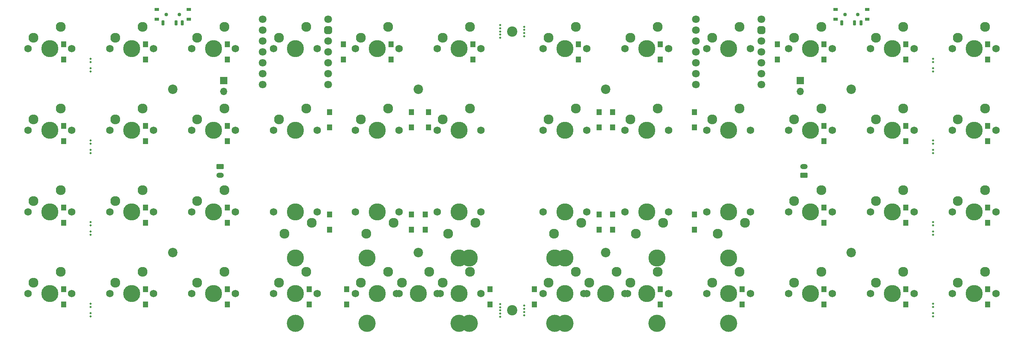
<source format=gbr>
%TF.GenerationSoftware,KiCad,Pcbnew,(7.0.0)*%
%TF.CreationDate,2024-02-09T22:05:54+01:00*%
%TF.ProjectId,graham cracker,67726168-616d-4206-9372-61636b65722e,rev?*%
%TF.SameCoordinates,Original*%
%TF.FileFunction,Soldermask,Bot*%
%TF.FilePolarity,Negative*%
%FSLAX46Y46*%
G04 Gerber Fmt 4.6, Leading zero omitted, Abs format (unit mm)*
G04 Created by KiCad (PCBNEW (7.0.0)) date 2024-02-09 22:05:54*
%MOMM*%
%LPD*%
G01*
G04 APERTURE LIST*
G04 Aperture macros list*
%AMRoundRect*
0 Rectangle with rounded corners*
0 $1 Rounding radius*
0 $2 $3 $4 $5 $6 $7 $8 $9 X,Y pos of 4 corners*
0 Add a 4 corners polygon primitive as box body*
4,1,4,$2,$3,$4,$5,$6,$7,$8,$9,$2,$3,0*
0 Add four circle primitives for the rounded corners*
1,1,$1+$1,$2,$3*
1,1,$1+$1,$4,$5*
1,1,$1+$1,$6,$7*
1,1,$1+$1,$8,$9*
0 Add four rect primitives between the rounded corners*
20,1,$1+$1,$2,$3,$4,$5,0*
20,1,$1+$1,$4,$5,$6,$7,0*
20,1,$1+$1,$6,$7,$8,$9,0*
20,1,$1+$1,$8,$9,$2,$3,0*%
G04 Aperture macros list end*
%ADD10C,0.500000*%
%ADD11C,1.750000*%
%ADD12C,3.987800*%
%ADD13C,2.300000*%
%ADD14C,4.000000*%
%ADD15C,1.800000*%
%ADD16RoundRect,0.450000X0.450000X0.450000X-0.450000X0.450000X-0.450000X-0.450000X0.450000X-0.450000X0*%
%ADD17C,2.200000*%
%ADD18C,2.400000*%
%ADD19R,1.300000X1.400000*%
%ADD20R,1.700000X1.700000*%
%ADD21O,1.700000X1.700000*%
%ADD22C,0.850000*%
%ADD23RoundRect,0.090000X-0.210000X-0.535000X0.210000X-0.535000X0.210000X0.535000X-0.210000X0.535000X0*%
%ADD24RoundRect,0.105000X-0.445000X0.245000X-0.445000X-0.245000X0.445000X-0.245000X0.445000X0.245000X0*%
%ADD25RoundRect,0.250000X0.625000X-0.350000X0.625000X0.350000X-0.625000X0.350000X-0.625000X-0.350000X0*%
%ADD26O,1.750000X1.200000*%
%ADD27RoundRect,0.250000X-0.625000X0.350000X-0.625000X-0.350000X0.625000X-0.350000X0.625000X0.350000X0*%
G04 APERTURE END LIST*
D10*
%TO.C,REF\u002A\u002A*%
X238868750Y-35778250D03*
X238868750Y-36518250D03*
X238868750Y-37945250D03*
X238868750Y-38685250D03*
%TD*%
D11*
%TO.C,MX29*%
X114617500Y-71437500D03*
D12*
X109537500Y-71437500D03*
D11*
X104457500Y-71437500D03*
D13*
X113347500Y-73977500D03*
X106997500Y-76517500D03*
%TD*%
D11*
%TO.C,MX11*%
X224313750Y-33337500D03*
D12*
X229393750Y-33337500D03*
D11*
X234473750Y-33337500D03*
D13*
X225583750Y-30797500D03*
X231933750Y-28257500D03*
%TD*%
D11*
%TO.C,MX22*%
X205263750Y-52387500D03*
D12*
X210343750Y-52387500D03*
D11*
X215423750Y-52387500D03*
D13*
X206533750Y-49847500D03*
X212883750Y-47307500D03*
%TD*%
D11*
%TO.C,MX6*%
X123507500Y-33337500D03*
D12*
X128587500Y-33337500D03*
D11*
X133667500Y-33337500D03*
D13*
X124777500Y-30797500D03*
X131127500Y-28257500D03*
%TD*%
D11*
%TO.C,MX26*%
X47307500Y-71437500D03*
D12*
X52387500Y-71437500D03*
D11*
X57467500Y-71437500D03*
D13*
X48577500Y-68897500D03*
X54927500Y-66357500D03*
%TD*%
D14*
%TO.C,S3*%
X174625000Y-97472500D03*
D12*
X174625000Y-82232500D03*
D14*
X150812500Y-97472500D03*
D12*
X150812500Y-82232500D03*
%TD*%
D11*
%TO.C,MX5*%
X104457500Y-33337500D03*
D12*
X109537500Y-33337500D03*
D11*
X114617500Y-33337500D03*
D13*
X105727500Y-30797500D03*
X112077500Y-28257500D03*
%TD*%
D11*
%TO.C,MX36*%
X243363750Y-71437500D03*
D12*
X248443750Y-71437500D03*
D11*
X253523750Y-71437500D03*
D13*
X244633750Y-68897500D03*
X250983750Y-66357500D03*
%TD*%
D10*
%TO.C,REF\u002A\u002A*%
X42812500Y-54828250D03*
X42812500Y-55568250D03*
X42812500Y-56995250D03*
X42812500Y-57735250D03*
%TD*%
D11*
%TO.C,MX44*%
X148113750Y-90487500D03*
D12*
X153193750Y-90487500D03*
D11*
X158273750Y-90487500D03*
D13*
X149383750Y-87947500D03*
X155733750Y-85407500D03*
%TD*%
D15*
%TO.C,U1*%
X82867500Y-26511250D03*
X82867500Y-29051250D03*
X82867500Y-31591250D03*
X82867500Y-34131250D03*
X82867500Y-36671250D03*
X82867500Y-39211250D03*
X82867500Y-41751250D03*
X98107500Y-26511250D03*
D16*
X98107500Y-29051250D03*
D15*
X98107500Y-31591250D03*
X98107500Y-34131250D03*
X98107500Y-36671250D03*
X98107500Y-39211250D03*
X98107500Y-41751250D03*
%TD*%
D11*
%TO.C,MX23*%
X224313750Y-52387500D03*
D12*
X229393750Y-52387500D03*
D11*
X234473750Y-52387500D03*
D13*
X225583750Y-49847500D03*
X231933750Y-47307500D03*
%TD*%
D14*
%TO.C,S4*%
X191293750Y-97472500D03*
D12*
X191293750Y-82232500D03*
D14*
X153193750Y-97472500D03*
D12*
X153193750Y-82232500D03*
%TD*%
D11*
%TO.C,MX32*%
X177323750Y-71437500D03*
D12*
X172243750Y-71437500D03*
D11*
X167163750Y-71437500D03*
D13*
X176053750Y-73977500D03*
X169703750Y-76517500D03*
%TD*%
D11*
%TO.C,MX2*%
X47307500Y-33337500D03*
D12*
X52387500Y-33337500D03*
D11*
X57467500Y-33337500D03*
D13*
X48577500Y-30797500D03*
X54927500Y-28257500D03*
%TD*%
D11*
%TO.C,MX45*%
X157638750Y-90487500D03*
D12*
X162718750Y-90487500D03*
D11*
X167798750Y-90487500D03*
D13*
X158908750Y-87947500D03*
X165258750Y-85407500D03*
%TD*%
D11*
%TO.C,MX15*%
X66357500Y-52387500D03*
D12*
X71437500Y-52387500D03*
D11*
X76517500Y-52387500D03*
D13*
X67627500Y-49847500D03*
X73977500Y-47307500D03*
%TD*%
D11*
%TO.C,MX41*%
X104457500Y-90487500D03*
D12*
X109537500Y-90487500D03*
D11*
X114617500Y-90487500D03*
D13*
X105727500Y-87947500D03*
X112077500Y-85407500D03*
%TD*%
D11*
%TO.C,MX48*%
X205263750Y-90487500D03*
D12*
X210343750Y-90487500D03*
D11*
X215423750Y-90487500D03*
D13*
X206533750Y-87947500D03*
X212883750Y-85407500D03*
%TD*%
D11*
%TO.C,MX7*%
X148113750Y-33337500D03*
D12*
X153193750Y-33337500D03*
D11*
X158273750Y-33337500D03*
D13*
X149383750Y-30797500D03*
X155733750Y-28257500D03*
%TD*%
D11*
%TO.C,MX13*%
X28257500Y-52387500D03*
D12*
X33337500Y-52387500D03*
D11*
X38417500Y-52387500D03*
D13*
X29527500Y-49847500D03*
X35877500Y-47307500D03*
%TD*%
D11*
%TO.C,MX33*%
X196373750Y-71437500D03*
D12*
X191293750Y-71437500D03*
D11*
X186213750Y-71437500D03*
D13*
X195103750Y-73977500D03*
X188753750Y-76517500D03*
%TD*%
D11*
%TO.C,MX9*%
X186213750Y-33337500D03*
D12*
X191293750Y-33337500D03*
D11*
X196373750Y-33337500D03*
D13*
X187483750Y-30797500D03*
X193833750Y-28257500D03*
%TD*%
D11*
%TO.C,MX21*%
X186213750Y-52387500D03*
D12*
X191293750Y-52387500D03*
D11*
X196373750Y-52387500D03*
D13*
X187483750Y-49847500D03*
X193833750Y-47307500D03*
%TD*%
D11*
%TO.C,MX40*%
X85407500Y-90487500D03*
D12*
X90487500Y-90487500D03*
D11*
X95567500Y-90487500D03*
D13*
X86677500Y-87947500D03*
X93027500Y-85407500D03*
%TD*%
D11*
%TO.C,MX37*%
X28257500Y-90487500D03*
D12*
X33337500Y-90487500D03*
D11*
X38417500Y-90487500D03*
D13*
X29527500Y-87947500D03*
X35877500Y-85407500D03*
%TD*%
D15*
%TO.C,U2*%
X183673750Y-26511250D03*
X183673750Y-29051250D03*
X183673750Y-31591250D03*
X183673750Y-34131250D03*
X183673750Y-36671250D03*
X183673750Y-39211250D03*
X183673750Y-41751250D03*
X198913750Y-26511250D03*
D16*
X198913750Y-29051250D03*
D15*
X198913750Y-31591250D03*
X198913750Y-34131250D03*
X198913750Y-36671250D03*
X198913750Y-39211250D03*
X198913750Y-41751250D03*
%TD*%
D11*
%TO.C,MX28*%
X95567500Y-71437500D03*
D12*
X90487500Y-71437500D03*
D11*
X85407500Y-71437500D03*
D13*
X94297500Y-73977500D03*
X87947500Y-76517500D03*
%TD*%
D11*
%TO.C,MX17*%
X104457500Y-52387500D03*
D12*
X109537500Y-52387500D03*
D11*
X114617500Y-52387500D03*
D13*
X105727500Y-49847500D03*
X112077500Y-47307500D03*
%TD*%
D10*
%TO.C,REF\u002A\u002A*%
X42812500Y-35778250D03*
X42812500Y-36518250D03*
X42812500Y-37945250D03*
X42812500Y-38685250D03*
%TD*%
D11*
%TO.C,MX25*%
X28257500Y-71437500D03*
D12*
X33337500Y-71437500D03*
D11*
X38417500Y-71437500D03*
D13*
X29527500Y-68897500D03*
X35877500Y-66357500D03*
%TD*%
D10*
%TO.C,REF\u002A\u002A*%
X238868750Y-73878250D03*
X238868750Y-74618250D03*
X238868750Y-76045250D03*
X238868750Y-76785250D03*
%TD*%
D14*
%TO.C,S1*%
X128587500Y-97472500D03*
D12*
X128587500Y-82232500D03*
D14*
X90487500Y-97472500D03*
D12*
X90487500Y-82232500D03*
%TD*%
D11*
%TO.C,MX1*%
X28257500Y-33337500D03*
D12*
X33337500Y-33337500D03*
D11*
X38417500Y-33337500D03*
D13*
X29527500Y-30797500D03*
X35877500Y-28257500D03*
%TD*%
D11*
%TO.C,MX20*%
X167163750Y-52387500D03*
D12*
X172243750Y-52387500D03*
D11*
X177323750Y-52387500D03*
D13*
X168433750Y-49847500D03*
X174783750Y-47307500D03*
%TD*%
D17*
%TO.C,H8*%
X219868750Y-80962500D03*
%TD*%
D11*
%TO.C,MX38*%
X47307500Y-90487500D03*
D12*
X52387500Y-90487500D03*
D11*
X57467500Y-90487500D03*
D13*
X48577500Y-87947500D03*
X54927500Y-85407500D03*
%TD*%
D14*
%TO.C,S2*%
X130968750Y-97472500D03*
D12*
X130968750Y-82232500D03*
D14*
X107156250Y-97472500D03*
D12*
X107156250Y-82232500D03*
%TD*%
D11*
%TO.C,MX31*%
X158273750Y-71437500D03*
D12*
X153193750Y-71437500D03*
D11*
X148113750Y-71437500D03*
D13*
X157003750Y-73977500D03*
X150653750Y-76517500D03*
%TD*%
D10*
%TO.C,MB5*%
X138118750Y-92976250D03*
X138118750Y-93716250D03*
X138118750Y-94456250D03*
X138118750Y-95196250D03*
X138118750Y-95936250D03*
D18*
X140918750Y-94456250D03*
D10*
X143718750Y-93346250D03*
X143718750Y-94086250D03*
X143718750Y-94826250D03*
X143718750Y-95566250D03*
%TD*%
D17*
%TO.C,H4*%
X119062500Y-80962500D03*
%TD*%
D11*
%TO.C,MX24*%
X243363750Y-52387500D03*
D12*
X248443750Y-52387500D03*
D11*
X253523750Y-52387500D03*
D13*
X244633750Y-49847500D03*
X250983750Y-47307500D03*
%TD*%
D17*
%TO.C,H3*%
X61912500Y-80962500D03*
%TD*%
%TO.C,H1*%
X61912500Y-42862500D03*
%TD*%
%TO.C,H2*%
X119062500Y-42862500D03*
%TD*%
D10*
%TO.C,MB5*%
X138118750Y-27888750D03*
X138118750Y-28628750D03*
X138118750Y-29368750D03*
X138118750Y-30108750D03*
X138118750Y-30848750D03*
D18*
X140918750Y-29368750D03*
D10*
X143718750Y-28258750D03*
X143718750Y-28998750D03*
X143718750Y-29738750D03*
X143718750Y-30478750D03*
%TD*%
D11*
%TO.C,MX19*%
X148113750Y-52387500D03*
D12*
X153193750Y-52387500D03*
D11*
X158273750Y-52387500D03*
D13*
X149383750Y-49847500D03*
X155733750Y-47307500D03*
%TD*%
D10*
%TO.C,REF\u002A\u002A*%
X238868750Y-92928250D03*
X238868750Y-93668250D03*
X238868750Y-95095250D03*
X238868750Y-95835250D03*
%TD*%
D11*
%TO.C,MX39*%
X66357500Y-90487500D03*
D12*
X71437500Y-90487500D03*
D11*
X76517500Y-90487500D03*
D13*
X67627500Y-87947500D03*
X73977500Y-85407500D03*
%TD*%
D17*
%TO.C,H5*%
X162718750Y-42862500D03*
%TD*%
D11*
%TO.C,MX4*%
X85407500Y-33337500D03*
D12*
X90487500Y-33337500D03*
D11*
X95567500Y-33337500D03*
D13*
X86677500Y-30797500D03*
X93027500Y-28257500D03*
%TD*%
D17*
%TO.C,H6*%
X219868750Y-42862500D03*
%TD*%
D11*
%TO.C,MX12*%
X243363750Y-33337500D03*
D12*
X248443750Y-33337500D03*
D11*
X253523750Y-33337500D03*
D13*
X244633750Y-30797500D03*
X250983750Y-28257500D03*
%TD*%
D11*
%TO.C,MX34*%
X205263750Y-71437500D03*
D12*
X210343750Y-71437500D03*
D11*
X215423750Y-71437500D03*
D13*
X206533750Y-68897500D03*
X212883750Y-66357500D03*
%TD*%
D11*
%TO.C,MX46*%
X167163750Y-90487500D03*
D12*
X172243750Y-90487500D03*
D11*
X177323750Y-90487500D03*
D13*
X168433750Y-87947500D03*
X174783750Y-85407500D03*
%TD*%
D11*
%TO.C,MX8*%
X167163750Y-33337500D03*
D12*
X172243750Y-33337500D03*
D11*
X177323750Y-33337500D03*
D13*
X168433750Y-30797500D03*
X174783750Y-28257500D03*
%TD*%
D11*
%TO.C,MX27*%
X66357500Y-71437500D03*
D12*
X71437500Y-71437500D03*
D11*
X76517500Y-71437500D03*
D13*
X67627500Y-68897500D03*
X73977500Y-66357500D03*
%TD*%
D11*
%TO.C,MX10*%
X205263750Y-33337500D03*
D12*
X210343750Y-33337500D03*
D11*
X215423750Y-33337500D03*
D13*
X206533750Y-30797500D03*
X212883750Y-28257500D03*
%TD*%
D17*
%TO.C,H7*%
X162718750Y-80962500D03*
%TD*%
D11*
%TO.C,MX18*%
X123507500Y-52387500D03*
D12*
X128587500Y-52387500D03*
D11*
X133667500Y-52387500D03*
D13*
X124777500Y-49847500D03*
X131127500Y-47307500D03*
%TD*%
D11*
%TO.C,MX30*%
X133667500Y-71437500D03*
D12*
X128587500Y-71437500D03*
D11*
X123507500Y-71437500D03*
D13*
X132397500Y-73977500D03*
X126047500Y-76517500D03*
%TD*%
D11*
%TO.C,MX43*%
X113982500Y-90487500D03*
D12*
X119062500Y-90487500D03*
D11*
X124142500Y-90487500D03*
D13*
X115252500Y-87947500D03*
X121602500Y-85407500D03*
%TD*%
D11*
%TO.C,MX16*%
X85407500Y-52387500D03*
D12*
X90487500Y-52387500D03*
D11*
X95567500Y-52387500D03*
D13*
X86677500Y-49847500D03*
X93027500Y-47307500D03*
%TD*%
D11*
%TO.C,MX47*%
X186213750Y-90487500D03*
D12*
X191293750Y-90487500D03*
D11*
X196373750Y-90487500D03*
D13*
X187483750Y-87947500D03*
X193833750Y-85407500D03*
%TD*%
D11*
%TO.C,MX3*%
X66357500Y-33337500D03*
D12*
X71437500Y-33337500D03*
D11*
X76517500Y-33337500D03*
D13*
X67627500Y-30797500D03*
X73977500Y-28257500D03*
%TD*%
D11*
%TO.C,MX14*%
X47307500Y-52387500D03*
D12*
X52387500Y-52387500D03*
D11*
X57467500Y-52387500D03*
D13*
X48577500Y-49847500D03*
X54927500Y-47307500D03*
%TD*%
D10*
%TO.C,REF\u002A\u002A*%
X42812500Y-73878250D03*
X42812500Y-74618250D03*
X42812500Y-76045250D03*
X42812500Y-76785250D03*
%TD*%
D11*
%TO.C,MX49*%
X224313750Y-90487500D03*
D12*
X229393750Y-90487500D03*
D11*
X234473750Y-90487500D03*
D13*
X225583750Y-87947500D03*
X231933750Y-85407500D03*
%TD*%
D11*
%TO.C,MX35*%
X224313750Y-71437500D03*
D12*
X229393750Y-71437500D03*
D11*
X234473750Y-71437500D03*
D13*
X225583750Y-68897500D03*
X231933750Y-66357500D03*
%TD*%
D11*
%TO.C,MX42*%
X123507500Y-90487500D03*
D12*
X128587500Y-90487500D03*
D11*
X133667500Y-90487500D03*
D13*
X124777500Y-87947500D03*
X131127500Y-85407500D03*
%TD*%
D11*
%TO.C,MX50*%
X243363750Y-90487500D03*
D12*
X248443750Y-90487500D03*
D11*
X253523750Y-90487500D03*
D13*
X244633750Y-87947500D03*
X250983750Y-85407500D03*
%TD*%
D10*
%TO.C,REF\u002A\u002A*%
X42812500Y-92928250D03*
X42812500Y-93668250D03*
X42812500Y-95095250D03*
X42812500Y-95835250D03*
%TD*%
%TO.C,REF\u002A\u002A*%
X238868750Y-54828250D03*
X238868750Y-55568250D03*
X238868750Y-56995250D03*
X238868750Y-57735250D03*
%TD*%
D19*
%TO.C,D31*%
X161131249Y-75593749D03*
X161131249Y-72043749D03*
%TD*%
%TO.C,D38*%
X55562499Y-93056249D03*
X55562499Y-89506249D03*
%TD*%
%TO.C,D47*%
X232568749Y-93056249D03*
X232568749Y-89506249D03*
%TD*%
%TO.C,D37*%
X36512499Y-93056249D03*
X36512499Y-89506249D03*
%TD*%
%TO.C,D21*%
X183356249Y-48231249D03*
X183356249Y-51781249D03*
%TD*%
%TO.C,D19*%
X161131249Y-48231249D03*
X161131249Y-51781249D03*
%TD*%
%TO.C,D17*%
X117474999Y-48231249D03*
X117474999Y-51781249D03*
%TD*%
%TO.C,D32*%
X164306249Y-75593749D03*
X164306249Y-72043749D03*
%TD*%
%TO.C,D7*%
X156368749Y-35906249D03*
X156368749Y-32356249D03*
%TD*%
%TO.C,D36*%
X251618749Y-74006249D03*
X251618749Y-70456249D03*
%TD*%
%TO.C,D28*%
X98424999Y-75593749D03*
X98424999Y-72043749D03*
%TD*%
%TO.C,D4*%
X101599999Y-35906249D03*
X101599999Y-32356249D03*
%TD*%
%TO.C,D9*%
X202606249Y-35906249D03*
X202606249Y-32356249D03*
%TD*%
%TO.C,D33*%
X183356249Y-75593749D03*
X183356249Y-72043749D03*
%TD*%
%TO.C,D39*%
X74612499Y-93056249D03*
X74612499Y-89506249D03*
%TD*%
%TO.C,D35*%
X232568749Y-74006249D03*
X232568749Y-70456249D03*
%TD*%
%TO.C,D46*%
X213518749Y-93056249D03*
X213518749Y-89506249D03*
%TD*%
%TO.C,D25*%
X36512499Y-74006249D03*
X36512499Y-70456249D03*
%TD*%
%TO.C,D29*%
X117474999Y-75593749D03*
X117474999Y-72043749D03*
%TD*%
%TO.C,D30*%
X120649999Y-75593749D03*
X120649999Y-72043749D03*
%TD*%
D20*
%TO.C,J4*%
X207962499Y-40793749D03*
D21*
X207962499Y-43333749D03*
%TD*%
D19*
%TO.C,D3*%
X74612499Y-35906249D03*
X74612499Y-32356249D03*
%TD*%
%TO.C,D40*%
X93662499Y-93056249D03*
X93662499Y-89506249D03*
%TD*%
%TO.C,D11*%
X232568749Y-35906249D03*
X232568749Y-32356249D03*
%TD*%
%TO.C,D18*%
X121443749Y-48231249D03*
X121443749Y-51781249D03*
%TD*%
%TO.C,D13*%
X36512499Y-54956249D03*
X36512499Y-51406249D03*
%TD*%
%TO.C,D42*%
X135731249Y-93056249D03*
X135731249Y-89506249D03*
%TD*%
%TO.C,D12*%
X251618749Y-35906249D03*
X251618749Y-32356249D03*
%TD*%
%TO.C,D43*%
X146049999Y-93056249D03*
X146049999Y-89506249D03*
%TD*%
%TO.C,D1*%
X36512499Y-35906249D03*
X36512499Y-32356249D03*
%TD*%
%TO.C,D15*%
X74612499Y-54956249D03*
X74612499Y-51406249D03*
%TD*%
%TO.C,D23*%
X232568749Y-54956249D03*
X232568749Y-51406249D03*
%TD*%
%TO.C,D41*%
X102393749Y-93056249D03*
X102393749Y-89506249D03*
%TD*%
%TO.C,D48*%
X251618749Y-93056249D03*
X251618749Y-89506249D03*
%TD*%
%TO.C,D10*%
X213518749Y-35906249D03*
X213518749Y-32356249D03*
%TD*%
%TO.C,D24*%
X251618749Y-54956249D03*
X251618749Y-51406249D03*
%TD*%
%TO.C,D6*%
X131762499Y-35906249D03*
X131762499Y-32356249D03*
%TD*%
%TO.C,D44*%
X175418749Y-93056249D03*
X175418749Y-89506249D03*
%TD*%
D22*
%TO.C,PSW2*%
X221368750Y-25400000D03*
X218368750Y-25400000D03*
D23*
X217618750Y-27400000D03*
X220618750Y-27400000D03*
X222118750Y-27400000D03*
D24*
X223568750Y-26550000D03*
X223568750Y-24250000D03*
X216168750Y-26550000D03*
X216168750Y-24250000D03*
%TD*%
D19*
%TO.C,D45*%
X194468749Y-93056249D03*
X194468749Y-89506249D03*
%TD*%
%TO.C,D16*%
X98424999Y-48231249D03*
X98424999Y-51781249D03*
%TD*%
%TO.C,D5*%
X112712499Y-35906249D03*
X112712499Y-32356249D03*
%TD*%
%TO.C,D22*%
X213518749Y-54956249D03*
X213518749Y-51406249D03*
%TD*%
%TO.C,D2*%
X55562499Y-35906249D03*
X55562499Y-32356249D03*
%TD*%
%TO.C,D8*%
X175418749Y-35906249D03*
X175418749Y-32356249D03*
%TD*%
%TO.C,D34*%
X213518749Y-74006249D03*
X213518749Y-70456249D03*
%TD*%
%TO.C,D14*%
X55562499Y-54956249D03*
X55562499Y-51406249D03*
%TD*%
D25*
%TO.C,J2*%
X208825000Y-62912500D03*
D26*
X208824999Y-60912499D03*
%TD*%
D19*
%TO.C,D27*%
X74612499Y-74006249D03*
X74612499Y-70456249D03*
%TD*%
%TO.C,D20*%
X164306249Y-48231249D03*
X164306249Y-51781249D03*
%TD*%
D20*
%TO.C,J3*%
X73818749Y-40793749D03*
D21*
X73818749Y-43333749D03*
%TD*%
D22*
%TO.C,PSW1*%
X63412500Y-25400000D03*
X60412500Y-25400000D03*
D23*
X59662500Y-27400000D03*
X62662500Y-27400000D03*
X64162500Y-27400000D03*
D24*
X65612500Y-26550000D03*
X65612500Y-24250000D03*
X58212500Y-26550000D03*
X58212500Y-24250000D03*
%TD*%
D27*
%TO.C,J1*%
X72956250Y-60912500D03*
D26*
X72956249Y-62912499D03*
%TD*%
D19*
%TO.C,D26*%
X55562499Y-74006249D03*
X55562499Y-70456249D03*
%TD*%
M02*

</source>
